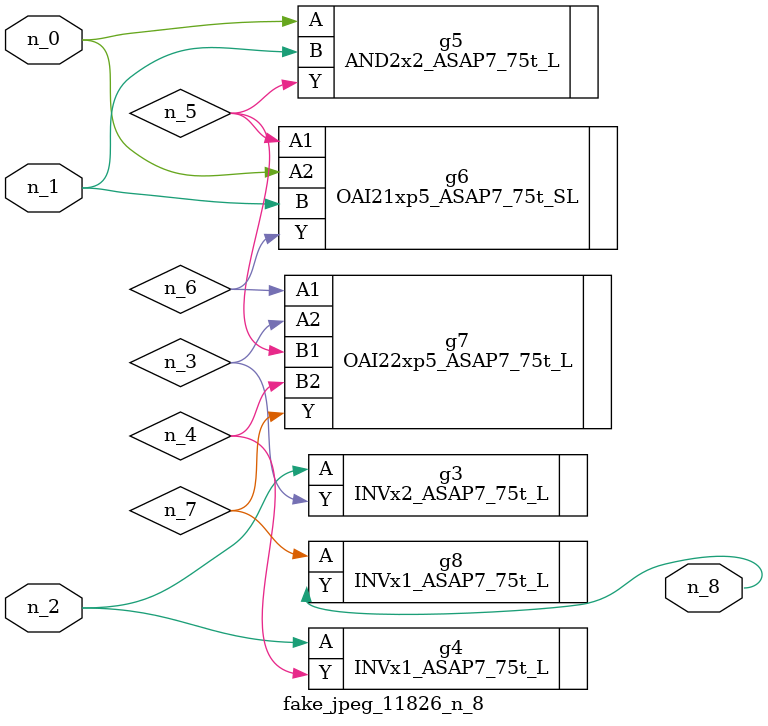
<source format=v>
module fake_jpeg_11826_n_8 (n_0, n_2, n_1, n_8);

input n_0;
input n_2;
input n_1;

output n_8;

wire n_3;
wire n_4;
wire n_6;
wire n_5;
wire n_7;

INVx2_ASAP7_75t_L g3 ( 
.A(n_2),
.Y(n_3)
);

INVx1_ASAP7_75t_L g4 ( 
.A(n_2),
.Y(n_4)
);

AND2x2_ASAP7_75t_L g5 ( 
.A(n_0),
.B(n_1),
.Y(n_5)
);

OAI21xp5_ASAP7_75t_SL g6 ( 
.A1(n_5),
.A2(n_0),
.B(n_1),
.Y(n_6)
);

OAI22xp5_ASAP7_75t_L g7 ( 
.A1(n_6),
.A2(n_3),
.B1(n_5),
.B2(n_4),
.Y(n_7)
);

INVx1_ASAP7_75t_L g8 ( 
.A(n_7),
.Y(n_8)
);


endmodule
</source>
